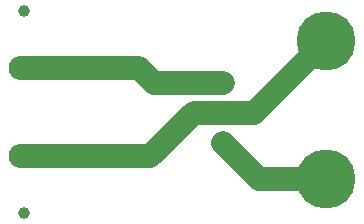
<source format=gbl>
G04*
G04 #@! TF.GenerationSoftware,Altium Limited,Altium Designer,22.11.1 (43)*
G04*
G04 Layer_Physical_Order=2*
G04 Layer_Color=16711680*
%FSLAX23Y23*%
%MOIN*%
G70*
G04*
G04 #@! TF.SameCoordinates,73743E9A-EC9C-4E24-87A8-AC7A865E80EE*
G04*
G04*
G04 #@! TF.FilePolarity,Positive*
G04*
G01*
G75*
%ADD10C,0.197*%
%ADD11O,0.079X0.060*%
%ADD12C,0.039*%
G04:AMPARAMS|DCode=13|XSize=242mil|YSize=79mil|CornerRadius=39mil|HoleSize=0mil|Usage=FLASHONLY|Rotation=0.000|XOffset=0mil|YOffset=0mil|HoleType=Round|Shape=RoundedRectangle|*
%AMROUNDEDRECTD13*
21,1,0.242,0.000,0,0,0.0*
21,1,0.163,0.079,0,0,0.0*
1,1,0.079,0.082,0.000*
1,1,0.079,-0.082,0.000*
1,1,0.079,-0.082,0.000*
1,1,0.079,0.082,0.000*
%
%ADD13ROUNDEDRECTD13*%
%ADD14C,0.079*%
D10*
X2400Y4238D02*
D03*
X2400Y4700D02*
D03*
D11*
X2056Y4560D02*
D03*
X2056Y4460D02*
D03*
X2056Y4360D02*
D03*
D12*
X1393Y4126D02*
D03*
X1393Y4799D02*
D03*
D13*
X1464Y4315D02*
D03*
X1464Y4610D02*
D03*
D14*
X2056Y4360D02*
X2178Y4238D01*
X2400Y4238D01*
X1815Y4315D02*
X1960Y4460D01*
X2056Y4460D01*
X1464Y4315D02*
X1815Y4315D01*
X2056Y4460D02*
X2160Y4460D01*
X2400Y4700D01*
X1464Y4610D02*
X1776Y4610D01*
X1826Y4560D02*
X2056Y4560D01*
X1776Y4610D02*
X1826Y4560D01*
M02*

</source>
